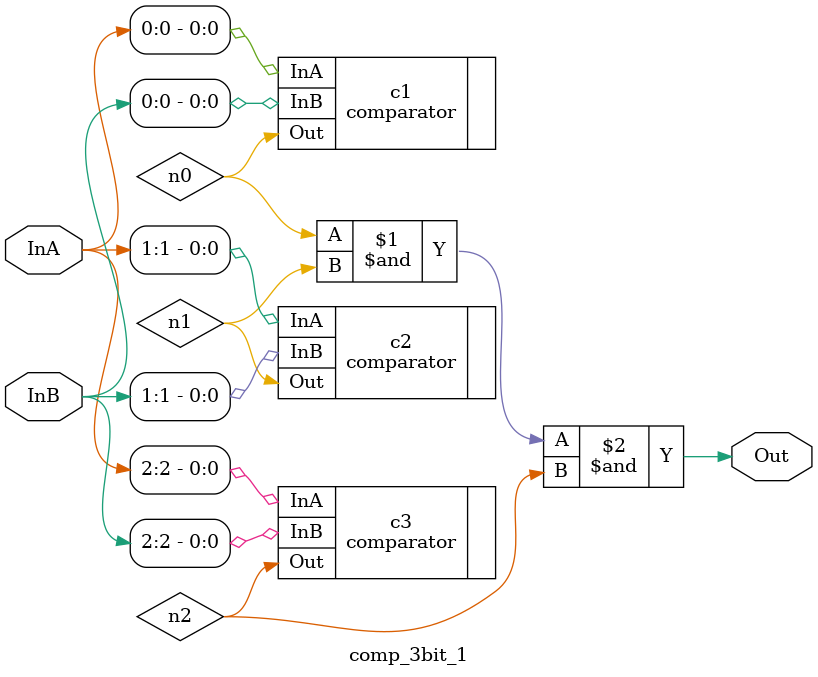
<source format=v>
/*
    CS/ECE 552 Spring '19
    Takes in two 3 bit numbers and returns if they are the same
*/
module comp_3bit_1(InA, InB, Out);
    input [2:0]  InA, InB;
    output  Out;

    wire n0, n1, n2;

    comparator c1(.InA(InA[0]), .InB(InB[0]), .Out(n0));
    comparator c2(.InA(InA[1]), .InB(InB[1]), .Out(n1));
    comparator c3(.InA(InA[2]), .InB(InB[2]), .Out(n2));

    assign Out = n0 & n1 & n2;

endmodule

</source>
